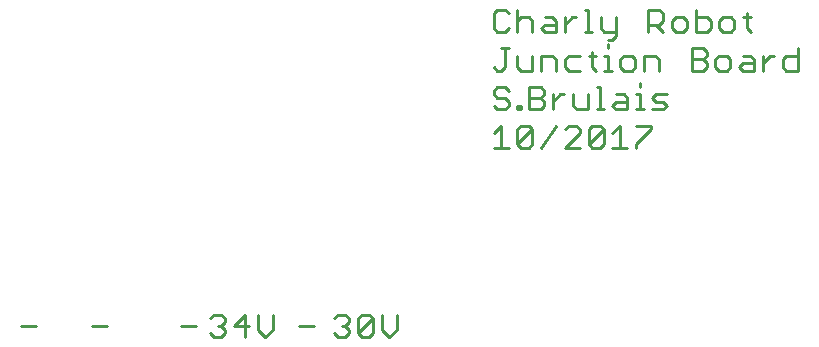
<source format=gto>
G75*
%MOIN*%
%OFA0B0*%
%FSLAX24Y24*%
%IPPOS*%
%LPD*%
%AMOC8*
5,1,8,0,0,1.08239X$1,22.5*
%
%ADD10C,0.0110*%
D10*
X015312Y004365D02*
X015438Y004490D01*
X015688Y004490D01*
X015813Y004365D01*
X015813Y004240D01*
X015688Y004115D01*
X015563Y004115D01*
X015688Y004115D02*
X015813Y003990D01*
X015813Y003865D01*
X015688Y003740D01*
X015438Y003740D01*
X015312Y003865D01*
X016104Y003865D02*
X016104Y004365D01*
X016229Y004490D01*
X016480Y004490D01*
X016605Y004365D01*
X016605Y003865D01*
X016480Y003740D01*
X016229Y003740D01*
X016104Y003865D01*
X016605Y004365D01*
X016896Y004490D02*
X016896Y003990D01*
X017146Y003740D01*
X017397Y003990D01*
X017397Y004490D01*
X011179Y004365D02*
X011304Y004490D01*
X011554Y004490D01*
X011679Y004365D01*
X011679Y004240D01*
X011554Y004115D01*
X011429Y004115D01*
X011554Y004115D02*
X011679Y003990D01*
X011679Y003865D01*
X011554Y003740D01*
X011304Y003740D01*
X011179Y003865D01*
X012346Y003740D02*
X012346Y004490D01*
X011970Y004115D01*
X012471Y004115D01*
X012762Y004490D02*
X012762Y003990D01*
X013013Y003740D01*
X013263Y003990D01*
X013263Y004490D01*
X014131Y004115D02*
X014632Y004115D01*
X010695Y004115D02*
X010194Y004115D01*
X007742Y004115D02*
X007242Y004115D01*
X005380Y004115D02*
X004879Y004115D01*
X021128Y014534D02*
X021003Y014659D01*
X020753Y014659D01*
X020627Y014534D01*
X020627Y014034D01*
X020753Y013909D01*
X021003Y013909D01*
X021128Y014034D01*
X021419Y013909D02*
X021419Y014659D01*
X021419Y014284D02*
X021544Y014409D01*
X021795Y014409D01*
X021920Y014284D01*
X021920Y013909D01*
X022336Y014409D02*
X022587Y014409D01*
X022712Y014284D01*
X022712Y013909D01*
X022336Y013909D01*
X022211Y014034D01*
X022336Y014159D01*
X022712Y014159D01*
X023003Y013909D02*
X023003Y014409D01*
X023003Y014159D02*
X023253Y014409D01*
X023378Y014409D01*
X023663Y014659D02*
X023788Y014659D01*
X023788Y013909D01*
X023663Y013909D02*
X023913Y013909D01*
X024191Y014409D02*
X024191Y014034D01*
X024316Y013909D01*
X024691Y013909D01*
X024691Y014409D02*
X024691Y013784D01*
X024566Y013659D01*
X024441Y013659D01*
X025775Y013909D02*
X025775Y014659D01*
X026150Y014659D01*
X026275Y014534D01*
X026275Y014284D01*
X026150Y014159D01*
X025775Y014159D01*
X026025Y014159D02*
X026275Y013909D01*
X026692Y013909D02*
X026942Y013909D01*
X027067Y014034D01*
X027067Y014284D01*
X026942Y014409D01*
X026692Y014409D01*
X026567Y014284D01*
X026567Y014034D01*
X026692Y013909D01*
X027358Y014659D02*
X027358Y013909D01*
X027734Y013909D01*
X027859Y014034D01*
X027859Y014284D01*
X027734Y014409D01*
X027358Y014409D01*
X028275Y013909D02*
X028526Y013909D01*
X028651Y014034D01*
X028651Y014284D01*
X028526Y014409D01*
X028275Y014409D01*
X028150Y014284D01*
X028150Y014034D01*
X028275Y013909D01*
X029067Y014534D02*
X029067Y014034D01*
X029192Y013909D01*
X029192Y014409D02*
X028942Y014409D01*
X020627Y012744D02*
X020753Y012619D01*
X020878Y012619D01*
X021003Y012744D01*
X021003Y013369D01*
X020878Y013369D02*
X021128Y013369D01*
X021419Y013119D02*
X021419Y012744D01*
X021544Y012619D01*
X021920Y012619D01*
X021920Y013119D01*
X022211Y012619D02*
X022211Y013119D01*
X022587Y013119D01*
X022712Y012994D01*
X022712Y012619D01*
X023503Y013119D02*
X023128Y013119D01*
X023003Y012994D01*
X023003Y012744D01*
X023128Y012619D01*
X023503Y012619D01*
X023920Y013244D02*
X023920Y012744D01*
X024045Y012619D01*
X024045Y013119D02*
X023795Y013119D01*
X024323Y013119D02*
X024448Y013119D01*
X024448Y012619D01*
X024323Y012619D02*
X024573Y012619D01*
X024448Y013369D02*
X024448Y013495D01*
X024976Y012619D02*
X025226Y012619D01*
X025351Y012744D01*
X025351Y012994D01*
X025226Y013119D01*
X024976Y013119D01*
X024851Y012994D01*
X024851Y012744D01*
X024976Y012619D01*
X025643Y012619D02*
X025643Y013119D01*
X026018Y013119D01*
X026143Y012994D01*
X026143Y012619D01*
X027226Y012619D02*
X027226Y013369D01*
X027602Y013369D01*
X027727Y013244D01*
X027727Y013119D01*
X027602Y012994D01*
X027727Y012869D01*
X027727Y012744D01*
X027602Y012619D01*
X027226Y012619D01*
X027226Y012994D02*
X027602Y012994D01*
X028143Y012619D02*
X028394Y012619D01*
X028519Y012744D01*
X028519Y012994D01*
X028394Y013119D01*
X028143Y013119D01*
X028018Y012994D01*
X028018Y012744D01*
X028143Y012619D01*
X028935Y013119D02*
X029185Y013119D01*
X029311Y012994D01*
X029311Y012619D01*
X028935Y012619D01*
X028810Y012744D01*
X028935Y012869D01*
X029311Y012869D01*
X029602Y012619D02*
X029602Y013119D01*
X029602Y012869D02*
X029852Y013119D01*
X029977Y013119D01*
X030762Y013369D02*
X030762Y012619D01*
X030387Y012619D01*
X030262Y012744D01*
X030262Y012994D01*
X030387Y013119D01*
X030762Y013119D01*
X021128Y011954D02*
X021003Y012079D01*
X020753Y012079D01*
X020627Y011954D01*
X020627Y011829D01*
X020753Y011704D01*
X021003Y011704D01*
X021128Y011579D01*
X021128Y011454D01*
X021003Y011329D01*
X020753Y011329D01*
X020627Y011454D01*
X021419Y011329D02*
X021419Y011454D01*
X021544Y011454D01*
X021544Y011329D01*
X021419Y011329D01*
X021815Y011329D02*
X021815Y012079D01*
X022191Y012079D01*
X022316Y011954D01*
X022316Y011829D01*
X022191Y011704D01*
X022316Y011579D01*
X022316Y011454D01*
X022191Y011329D01*
X021815Y011329D01*
X021815Y011704D02*
X022191Y011704D01*
X022607Y011829D02*
X022607Y011329D01*
X022607Y011579D02*
X022857Y011829D01*
X022982Y011829D01*
X023267Y011829D02*
X023267Y011454D01*
X023392Y011329D01*
X023767Y011329D01*
X023767Y011829D01*
X024059Y012079D02*
X024184Y012079D01*
X024184Y011329D01*
X024059Y011329D02*
X024309Y011329D01*
X024712Y011829D02*
X024962Y011829D01*
X025087Y011704D01*
X025087Y011329D01*
X024712Y011329D01*
X024587Y011454D01*
X024712Y011579D01*
X025087Y011579D01*
X025379Y011829D02*
X025504Y011829D01*
X025504Y011329D01*
X025379Y011329D02*
X025629Y011329D01*
X025504Y012079D02*
X025504Y012205D01*
X025907Y011329D02*
X026282Y011329D01*
X026407Y011454D01*
X026282Y011579D01*
X026032Y011579D01*
X025907Y011704D01*
X026032Y011829D01*
X026407Y011829D01*
X020627Y010539D02*
X020878Y010789D01*
X020878Y010039D01*
X021128Y010039D02*
X020627Y010039D01*
X021419Y010164D02*
X021419Y010664D01*
X021544Y010789D01*
X021795Y010789D01*
X021920Y010664D01*
X021920Y010164D01*
X021795Y010039D01*
X021544Y010039D01*
X021419Y010164D01*
X021920Y010664D01*
X022211Y010039D02*
X022712Y010789D01*
X023503Y010039D02*
X023003Y010039D01*
X023503Y010539D01*
X023503Y010664D01*
X023378Y010789D01*
X023128Y010789D01*
X023003Y010664D01*
X023795Y010164D02*
X023795Y010664D01*
X023920Y010789D01*
X024170Y010789D01*
X024295Y010664D01*
X024295Y010164D01*
X024170Y010039D01*
X023920Y010039D01*
X023795Y010164D01*
X024295Y010664D01*
X024587Y010539D02*
X024837Y010789D01*
X024837Y010039D01*
X024587Y010039D02*
X025087Y010039D01*
X025379Y010789D02*
X025879Y010789D01*
X025879Y010664D01*
X025379Y010164D01*
X025379Y010039D01*
M02*

</source>
